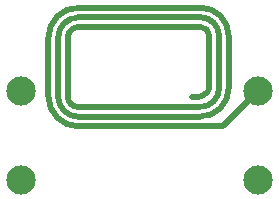
<source format=gbr>
%TF.GenerationSoftware,KiCad,Pcbnew,8.0.0*%
%TF.CreationDate,2024-05-01T17:20:29-04:00*%
%TF.ProjectId,planar_transformer_v2,706c616e-6172-45f7-9472-616e73666f72,rev?*%
%TF.SameCoordinates,Original*%
%TF.FileFunction,Copper,L3,Inr*%
%TF.FilePolarity,Positive*%
%FSLAX46Y46*%
G04 Gerber Fmt 4.6, Leading zero omitted, Abs format (unit mm)*
G04 Created by KiCad (PCBNEW 8.0.0) date 2024-05-01 17:20:29*
%MOMM*%
%LPD*%
G01*
G04 APERTURE LIST*
%TA.AperFunction,ComponentPad*%
%ADD10C,2.476500*%
%TD*%
%TA.AperFunction,ViaPad*%
%ADD11C,0.500000*%
%TD*%
%TA.AperFunction,Conductor*%
%ADD12C,0.520000*%
%TD*%
G04 APERTURE END LIST*
D10*
%TO.N,Net-(J1-Pin_1)*%
%TO.C,J1*%
X121590400Y-101498400D03*
X121590400Y-93998400D03*
%TO.N,Net-(J1-Pin_3)*%
X141630400Y-93998400D03*
X141630400Y-101498400D03*
%TD*%
D11*
%TO.N,Net-(J1-Pin_3)*%
X136042400Y-94538800D03*
%TD*%
D12*
%TO.N,Net-(J1-Pin_3)*%
X126422000Y-96171600D02*
X136722000Y-96171600D01*
X139155600Y-93738000D02*
X139155600Y-89336000D01*
X124706800Y-89493600D02*
X124706800Y-94456400D01*
X136750000Y-86930400D02*
X126450000Y-86930400D01*
X138335600Y-93738000D02*
X138335600Y-89336000D01*
X138637200Y-96991600D02*
X141630400Y-93998400D01*
X126422000Y-95351600D02*
X136722000Y-95351600D01*
X123886800Y-89493600D02*
X123886800Y-94456400D01*
X136042400Y-94538800D02*
X136331264Y-94538800D01*
X137312400Y-94132400D02*
X137348157Y-94096643D01*
X136750000Y-87750400D02*
X126450000Y-87750400D01*
X126422000Y-96991600D02*
X138637200Y-96991600D01*
X125526800Y-89493600D02*
X125526800Y-94456400D01*
X137515600Y-93692400D02*
X137515600Y-89336000D01*
X136750000Y-88570400D02*
X126450000Y-88570400D01*
X139155600Y-89336000D02*
G75*
G03*
X136750000Y-86930400I-2405600J0D01*
G01*
X136331264Y-94538800D02*
G75*
G03*
X137312411Y-94132411I36J1387500D01*
G01*
X137515600Y-89336000D02*
G75*
G03*
X136750000Y-88570400I-765600J0D01*
G01*
X126450000Y-88570400D02*
G75*
G03*
X125526800Y-89493600I0J-923200D01*
G01*
X136722000Y-95351600D02*
G75*
G03*
X138335600Y-93738000I0J1613600D01*
G01*
X137348156Y-94096642D02*
G75*
G03*
X137515595Y-93692400I-404256J404242D01*
G01*
X123886800Y-94456400D02*
G75*
G03*
X126422000Y-96991600I2535200J0D01*
G01*
X136722000Y-96171600D02*
G75*
G03*
X139155600Y-93738000I0J2433600D01*
G01*
X125526800Y-94456400D02*
G75*
G03*
X126422000Y-95351600I895200J0D01*
G01*
X126450000Y-86930400D02*
G75*
G03*
X123886800Y-89493600I0J-2563200D01*
G01*
X138335600Y-89336000D02*
G75*
G03*
X136750000Y-87750400I-1585600J0D01*
G01*
X126450000Y-87750400D02*
G75*
G03*
X124706800Y-89493600I0J-1743200D01*
G01*
X124706800Y-94456400D02*
G75*
G03*
X126422000Y-96171600I1715200J0D01*
G01*
%TD*%
M02*

</source>
